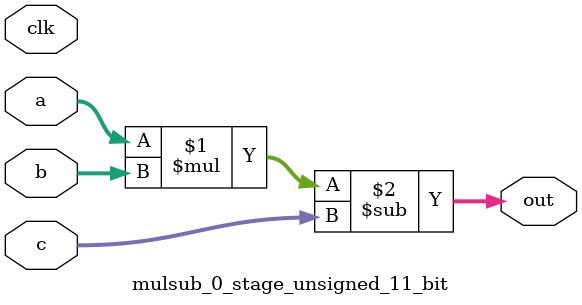
<source format=sv>
(* use_dsp = "yes" *) module mulsub_0_stage_unsigned_11_bit(
	input  [10:0] a,
	input  [10:0] b,
	input  [10:0] c,
	output [10:0] out,
	input clk);

	assign out = (a * b) - c;
endmodule

</source>
